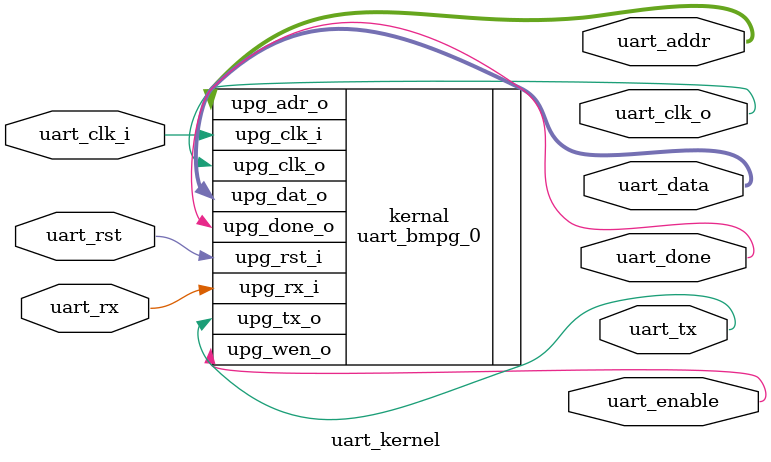
<source format=v>
`timescale 1ns / 1ps


module uart_kernel(
    input uart_clk_i, input uart_rst, input uart_rx,
    output uart_clk_o, output uart_enable, output [31:0] uart_data, output [14:0] uart_addr, output uart_done, output uart_tx
    );
    uart_bmpg_0 kernal(
        .upg_clk_i(uart_clk_i),
        .upg_rst_i(uart_rst),
        .upg_rx_i(uart_rx),
        
        .upg_clk_o  (uart_clk_o),
        .upg_wen_o  (uart_enable),
        .upg_dat_o  (uart_data),
        .upg_adr_o  (uart_addr),
        .upg_done_o (uart_done),
        .upg_tx_o   (uart_tx)
    );
endmodule

</source>
